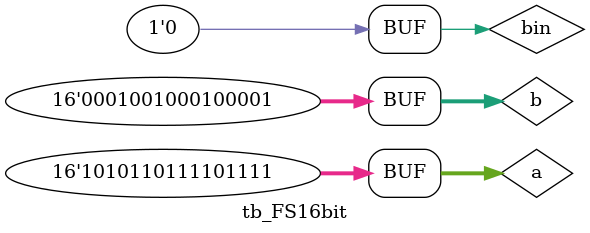
<source format=v>
`timescale 1ns / 1ps


module tb_FS16bit;

	// Inputs
	reg [15:0] a;
	reg [15:0] b;
	reg bin;

	// Outputs
	wire [15:0] diff;
	wire bout;

	// Instantiate the Unit Under Test (UUT)
	FS_16bit uut (
		.a(a), 
		.b(b), 
		.bin(bin), 
		.diff(diff), 
		.bout(bout)
	);

	initial begin
		// Initialize Inputs
		a = 0;
		b = 0;
		bin = 0;

		// Wait 100 ns for global reset to finish
		#100; a=16'haaaa;b=16'h1111;
		#100; a=16'ha11a;b=16'hfdd1;
		#100; a=16'hc54a;b=16'h1cc1;
		#100; a=16'hadef;b=16'h1221;
        
		// Add stimulus here

	end
      
endmodule


</source>
